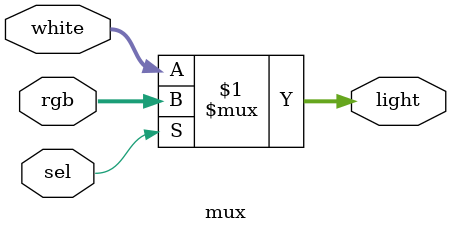
<source format=v>
`timescale 1ns / 100ps

module mux(
    input [23:0] white,
    input [23:0] rgb,
    input sel,
    output [23:0] light
    );
    
    // registers and wires
    wire [23:0] light;
    
   assign light= (sel) ? rgb : white;              
      
endmodule

</source>
